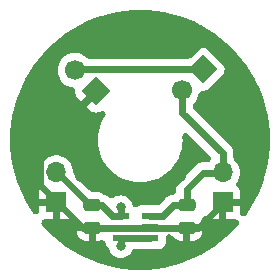
<source format=gtl>
%TF.GenerationSoftware,KiCad,Pcbnew,7.0.5*%
%TF.CreationDate,2024-02-13T09:53:05+02:00*%
%TF.ProjectId,Battery Charger,42617474-6572-4792-9043-686172676572,V0*%
%TF.SameCoordinates,Original*%
%TF.FileFunction,Copper,L1,Top*%
%TF.FilePolarity,Positive*%
%FSLAX46Y46*%
G04 Gerber Fmt 4.6, Leading zero omitted, Abs format (unit mm)*
G04 Created by KiCad (PCBNEW 7.0.5) date 2024-02-13 09:53:05*
%MOMM*%
%LPD*%
G01*
G04 APERTURE LIST*
G04 Aperture macros list*
%AMRoundRect*
0 Rectangle with rounded corners*
0 $1 Rounding radius*
0 $2 $3 $4 $5 $6 $7 $8 $9 X,Y pos of 4 corners*
0 Add a 4 corners polygon primitive as box body*
4,1,4,$2,$3,$4,$5,$6,$7,$8,$9,$2,$3,0*
0 Add four circle primitives for the rounded corners*
1,1,$1+$1,$2,$3*
1,1,$1+$1,$4,$5*
1,1,$1+$1,$6,$7*
1,1,$1+$1,$8,$9*
0 Add four rect primitives between the rounded corners*
20,1,$1+$1,$2,$3,$4,$5,0*
20,1,$1+$1,$4,$5,$6,$7,0*
20,1,$1+$1,$6,$7,$8,$9,0*
20,1,$1+$1,$8,$9,$2,$3,0*%
%AMHorizOval*
0 Thick line with rounded ends*
0 $1 width*
0 $2 $3 position (X,Y) of the first rounded end (center of the circle)*
0 $4 $5 position (X,Y) of the second rounded end (center of the circle)*
0 Add line between two ends*
20,1,$1,$2,$3,$4,$5,0*
0 Add two circle primitives to create the rounded ends*
1,1,$1,$2,$3*
1,1,$1,$4,$5*%
%AMRotRect*
0 Rectangle, with rotation*
0 The origin of the aperture is its center*
0 $1 length*
0 $2 width*
0 $3 Rotation angle, in degrees counterclockwise*
0 Add horizontal line*
21,1,$1,$2,0,0,$3*%
G04 Aperture macros list end*
%TA.AperFunction,ComponentPad*%
%ADD10R,1.700000X1.700000*%
%TD*%
%TA.AperFunction,ComponentPad*%
%ADD11O,1.700000X1.700000*%
%TD*%
%TA.AperFunction,SMDPad,CuDef*%
%ADD12RoundRect,0.250000X-0.475000X0.250000X-0.475000X-0.250000X0.475000X-0.250000X0.475000X0.250000X0*%
%TD*%
%TA.AperFunction,ComponentPad*%
%ADD13RotRect,1.700000X1.700000X225.000000*%
%TD*%
%TA.AperFunction,ComponentPad*%
%ADD14HorizOval,1.700000X0.000000X0.000000X0.000000X0.000000X0*%
%TD*%
%TA.AperFunction,ComponentPad*%
%ADD15RotRect,1.700000X1.700000X315.000000*%
%TD*%
%TA.AperFunction,ComponentPad*%
%ADD16HorizOval,1.700000X0.000000X0.000000X0.000000X0.000000X0*%
%TD*%
%TA.AperFunction,SMDPad,CuDef*%
%ADD17R,1.400000X0.600000*%
%TD*%
%TA.AperFunction,ViaPad*%
%ADD18C,0.800000*%
%TD*%
%TA.AperFunction,Conductor*%
%ADD19C,0.600000*%
%TD*%
G04 APERTURE END LIST*
D10*
%TO.P,J_{Battery+}1,1,Pin_1*%
%TO.N,/GND*%
X6985000Y-5289000D03*
D11*
%TO.P,J_{Battery+}1,2,Pin_2*%
%TO.N,/3.7V*%
X6985000Y-2749000D03*
%TD*%
D10*
%TO.P,J_{VUSB+}1,1,Pin_1*%
%TO.N,/GND*%
X-7110000Y-5289000D03*
D11*
%TO.P,J_{VUSB+}1,2,Pin_2*%
%TO.N,/5V*%
X-7110000Y-2749000D03*
%TD*%
D12*
%TO.P,C1,1*%
%TO.N,/5V*%
X-4062000Y-5542999D03*
%TO.P,C1,2*%
%TO.N,/GND*%
X-4062000Y-7442999D03*
%TD*%
D13*
%TO.P,J_{VOUT}1,1,Pin_1*%
%TO.N,/GND*%
X-3733973Y4109000D03*
D14*
%TO.P,J_{VOUT}1,2,Pin_2*%
%TO.N,Net-(J_{Switch}1-Pin_1)*%
X-5530024Y5905051D03*
%TD*%
D15*
%TO.P,J_{Switch}1,1,Pin_1*%
%TO.N,Net-(J_{Switch}1-Pin_1)*%
X5346562Y5981561D03*
D16*
%TO.P,J_{Switch}1,2,Pin_2*%
%TO.N,/3.7V*%
X3550511Y4185510D03*
%TD*%
D17*
%TO.P,IC2,1,CE*%
%TO.N,/5V*%
X869000Y-8316000D03*
%TO.P,IC2,2,VSS*%
%TO.N,/GND*%
X869000Y-7366000D03*
%TO.P,IC2,3,VBAT*%
%TO.N,/3.7V*%
X869000Y-6416000D03*
%TO.P,IC2,4,VDD*%
%TO.N,/5V*%
X-1631000Y-6416000D03*
%TO.P,IC2,5,PROG*%
X-1631000Y-8316000D03*
%TD*%
D12*
%TO.P,C2,1*%
%TO.N,/3.7V*%
X3939000Y-5543000D03*
%TO.P,C2,2*%
%TO.N,/GND*%
X3939000Y-7443000D03*
%TD*%
D18*
%TO.N,/GND*%
X-5083014Y-3175000D03*
X3431004Y-3175004D03*
%TO.N,/5V*%
X-1651000Y-9017000D03*
X-1651000Y-5715000D03*
%TD*%
D19*
%TO.N,/GND*%
X-3804510Y3931510D02*
X-8460000Y-723980D01*
X742000Y-7493000D02*
X-4012000Y-7493000D01*
X869000Y-7366000D02*
X996000Y-7493000D01*
X-5083014Y-3175000D02*
X-4321014Y-3937000D01*
X-8460000Y-723980D02*
X-8460000Y-3852000D01*
X3939000Y-7443000D02*
X4873000Y-7443000D01*
X4873000Y-7443000D02*
X6987000Y-5329000D01*
X869000Y-7366000D02*
X742000Y-7493000D01*
X-4869001Y-7442999D02*
X-4062000Y-7442999D01*
X996000Y-7493000D02*
X3889000Y-7493000D01*
X-8460000Y-3852000D02*
X-4869001Y-7442999D01*
X-3804510Y4185510D02*
X-3804510Y3931510D01*
X-4321014Y-3937000D02*
X2669008Y-3937000D01*
X2669008Y-3937000D02*
X3431004Y-3175004D01*
%TO.N,/5V*%
X-1651000Y-5715000D02*
X-1651000Y-6396000D01*
X-1631000Y-8316000D02*
X869000Y-8316000D01*
X-1651000Y-6396000D02*
X-1631000Y-6416000D01*
X-4229001Y-5542999D02*
X-7110000Y-2662000D01*
X-2346000Y-6416000D02*
X-3219000Y-5543000D01*
X-1631000Y-6416000D02*
X-2346000Y-6416000D01*
X-3219000Y-5543000D02*
X-4062000Y-5543000D01*
X-1631000Y-8316000D02*
X-1631000Y-8997000D01*
X-1631000Y-8997000D02*
X-1651000Y-9017000D01*
%TO.N,/3.7V*%
X5312053Y-2794000D02*
X6985000Y-2794000D01*
X6985000Y-2794000D02*
X6985000Y-1132099D01*
X869000Y-6416000D02*
X1944053Y-6416000D01*
X3939000Y-4167053D02*
X5312053Y-2794000D01*
X3939000Y-5543000D02*
X3939000Y-4167053D01*
X2817053Y-5543000D02*
X3939000Y-5543000D01*
X1944053Y-6416000D02*
X2817053Y-5543000D01*
X3550511Y2302390D02*
X3550511Y4185510D01*
X6985000Y-1132099D02*
X3550511Y2302390D01*
%TO.N,Net-(J_{Switch}1-Pin_1)*%
X-5332000Y5969000D02*
X5334000Y5969000D01*
%TD*%
%TA.AperFunction,Conductor*%
%TO.N,/GND*%
G36*
X7285000Y-6738999D02*
G01*
X7874324Y-6738999D01*
X7874324Y-6738998D01*
X7991629Y-6723556D01*
X8004158Y-6720199D01*
X8113715Y-6711747D01*
X8218927Y-6743442D01*
X8305584Y-6811004D01*
X8361984Y-6905307D01*
X8380509Y-7013617D01*
X8358656Y-7121304D01*
X8311235Y-7200435D01*
X8236134Y-7290548D01*
X8230145Y-7297309D01*
X7780917Y-7774530D01*
X7774530Y-7780917D01*
X7297309Y-8230145D01*
X7290548Y-8236135D01*
X6787068Y-8655733D01*
X6779958Y-8661303D01*
X6252068Y-9049732D01*
X6244635Y-9054863D01*
X5694250Y-9410713D01*
X5686520Y-9415386D01*
X5115648Y-9737359D01*
X5107650Y-9741557D01*
X4570646Y-10003025D01*
X4518405Y-10028461D01*
X4510168Y-10032168D01*
X3904659Y-10282978D01*
X3896213Y-10286181D01*
X3276648Y-10499980D01*
X3268025Y-10502667D01*
X2636698Y-10678663D01*
X2627927Y-10680824D01*
X1987140Y-10818377D01*
X1978255Y-10820005D01*
X1330308Y-10918621D01*
X1321341Y-10919709D01*
X668641Y-10979022D01*
X659624Y-10979567D01*
X4517Y-10999363D01*
X-4517Y-10999363D01*
X-659624Y-10979567D01*
X-668641Y-10979022D01*
X-1321341Y-10919709D01*
X-1330308Y-10918621D01*
X-1978255Y-10820005D01*
X-1987140Y-10818377D01*
X-2627927Y-10680824D01*
X-2636698Y-10678663D01*
X-3268025Y-10502667D01*
X-3276648Y-10499980D01*
X-3896213Y-10286181D01*
X-3904659Y-10282978D01*
X-4510168Y-10032168D01*
X-4518405Y-10028461D01*
X-4570646Y-10003025D01*
X-5107650Y-9741557D01*
X-5115648Y-9737359D01*
X-5686520Y-9415386D01*
X-5694250Y-9410713D01*
X-6244635Y-9054863D01*
X-6252068Y-9049732D01*
X-6779958Y-8661303D01*
X-6787068Y-8655733D01*
X-7290548Y-8236135D01*
X-7297309Y-8230145D01*
X-7774530Y-7780917D01*
X-7780917Y-7774530D01*
X-7810598Y-7742999D01*
X-5386999Y-7742999D01*
X-5386999Y-7766921D01*
X-5386998Y-7766922D01*
X-5384186Y-7808419D01*
X-5384185Y-7808420D01*
X-5339563Y-7987850D01*
X-5339561Y-7987855D01*
X-5257420Y-8153476D01*
X-5257417Y-8153481D01*
X-5141585Y-8297583D01*
X-5141584Y-8297584D01*
X-4997482Y-8413416D01*
X-4997477Y-8413419D01*
X-4831856Y-8495560D01*
X-4831851Y-8495562D01*
X-4652427Y-8540183D01*
X-4610908Y-8542998D01*
X-4362000Y-8542998D01*
X-4362000Y-7742999D01*
X-5386999Y-7742999D01*
X-7810598Y-7742999D01*
X-8230145Y-7297309D01*
X-8236134Y-7290548D01*
X-8291816Y-7223736D01*
X-8345456Y-7127836D01*
X-8360830Y-7019034D01*
X-8335863Y-6912026D01*
X-8273926Y-6821263D01*
X-8183384Y-6759004D01*
X-8076465Y-6733656D01*
X-8023094Y-6735870D01*
X-7999321Y-6738999D01*
X-7410000Y-6738999D01*
X-7410000Y-5690643D01*
X-7383100Y-5713952D01*
X-7252315Y-5773680D01*
X-7145763Y-5789000D01*
X-7074237Y-5789000D01*
X-6967685Y-5773680D01*
X-6836900Y-5713952D01*
X-6809999Y-5690643D01*
X-6809999Y-6738998D01*
X-6809999Y-6738999D01*
X-6220676Y-6738999D01*
X-6220675Y-6738998D01*
X-6103370Y-6723556D01*
X-6103370Y-6723555D01*
X-5957408Y-6663097D01*
X-5832076Y-6566926D01*
X-5818688Y-6553538D01*
X-5728035Y-6491440D01*
X-5621072Y-6466282D01*
X-5512243Y-6481463D01*
X-5416248Y-6534932D01*
X-5346050Y-6619468D01*
X-5311130Y-6723654D01*
X-5316205Y-6833419D01*
X-5334028Y-6882906D01*
X-5333972Y-6882927D01*
X-5337253Y-6891860D01*
X-5339398Y-6897814D01*
X-5339562Y-6898146D01*
X-5339563Y-6898147D01*
X-5384184Y-7077570D01*
X-5384184Y-7077572D01*
X-5387000Y-7119091D01*
X-5387000Y-7142999D01*
X-4061000Y-7142999D01*
X-3952989Y-7163190D01*
X-3859565Y-7221035D01*
X-3793346Y-7308723D01*
X-3763275Y-7414411D01*
X-3762000Y-7441999D01*
X-3762000Y-8542998D01*
X-3513078Y-8542998D01*
X-3513076Y-8542997D01*
X-3471579Y-8540185D01*
X-3471578Y-8540184D01*
X-3288207Y-8494582D01*
X-3178515Y-8488109D01*
X-3073893Y-8521698D01*
X-2988469Y-8590812D01*
X-2933780Y-8686118D01*
X-2919603Y-8745723D01*
X-2916044Y-8772762D01*
X-2855536Y-8918841D01*
X-2759282Y-9044282D01*
X-2742909Y-9056844D01*
X-2669513Y-9138610D01*
X-2638804Y-9207262D01*
X-2637024Y-9213128D01*
X-2637024Y-9213132D01*
X-2579814Y-9401727D01*
X-2579812Y-9401730D01*
X-2579811Y-9401733D01*
X-2533361Y-9488632D01*
X-2486910Y-9575538D01*
X-2361883Y-9727883D01*
X-2209538Y-9852910D01*
X-2035727Y-9945814D01*
X-1847132Y-10003024D01*
X-1847127Y-10003024D01*
X-1847124Y-10003025D01*
X-1651004Y-10022341D01*
X-1651000Y-10022341D01*
X-1650996Y-10022341D01*
X-1454875Y-10003025D01*
X-1454870Y-10003024D01*
X-1454868Y-10003024D01*
X-1266273Y-9945814D01*
X-1266269Y-9945812D01*
X-1266266Y-9945811D01*
X-1092467Y-9852913D01*
X-1092465Y-9852912D01*
X-1092462Y-9852910D01*
X-940117Y-9727883D01*
X-815090Y-9575538D01*
X-815088Y-9575534D01*
X-815086Y-9575532D01*
X-722187Y-9401730D01*
X-721918Y-9401080D01*
X-721482Y-9400411D01*
X-715261Y-9388772D01*
X-714250Y-9389312D01*
X-661930Y-9309016D01*
X-572737Y-9244840D01*
X-466383Y-9217218D01*
X-445677Y-9216500D01*
X923497Y-9216500D01*
X923517Y-9216499D01*
X1608358Y-9216499D01*
X1608360Y-9216499D01*
X1725762Y-9201044D01*
X1871841Y-9140536D01*
X1997282Y-9044282D01*
X2093536Y-8918841D01*
X2154044Y-8772762D01*
X2169500Y-8655361D01*
X2169499Y-8271777D01*
X2189690Y-8163768D01*
X2247535Y-8070345D01*
X2335223Y-8004126D01*
X2440910Y-7974055D01*
X2550324Y-7984193D01*
X2648686Y-8033171D01*
X2722714Y-8114375D01*
X2736364Y-8138929D01*
X2743579Y-8153477D01*
X2743582Y-8153482D01*
X2859414Y-8297584D01*
X2859415Y-8297585D01*
X3003517Y-8413417D01*
X3003522Y-8413420D01*
X3169143Y-8495561D01*
X3169148Y-8495563D01*
X3348572Y-8540184D01*
X3390091Y-8542999D01*
X3639000Y-8542999D01*
X3639000Y-7743000D01*
X4239000Y-7743000D01*
X4239000Y-8542999D01*
X4487922Y-8542999D01*
X4487923Y-8542998D01*
X4529420Y-8540186D01*
X4529421Y-8540185D01*
X4708851Y-8495563D01*
X4708856Y-8495561D01*
X4874477Y-8413420D01*
X4874482Y-8413417D01*
X5018584Y-8297585D01*
X5018585Y-8297584D01*
X5134417Y-8153482D01*
X5134420Y-8153477D01*
X5216561Y-7987856D01*
X5216563Y-7987851D01*
X5261184Y-7808428D01*
X5261184Y-7808426D01*
X5264000Y-7766907D01*
X5264000Y-7743000D01*
X4239000Y-7743000D01*
X3639000Y-7743000D01*
X3639000Y-7442000D01*
X3659191Y-7333989D01*
X3717036Y-7240565D01*
X3804724Y-7174346D01*
X3910412Y-7144275D01*
X3938000Y-7143000D01*
X5263999Y-7143000D01*
X5263999Y-7119077D01*
X5263998Y-7119076D01*
X5261186Y-7077579D01*
X5261185Y-7077578D01*
X5216563Y-6898148D01*
X5210972Y-6882928D01*
X5212839Y-6882242D01*
X5188462Y-6796046D01*
X5198774Y-6686648D01*
X5247909Y-6588364D01*
X5329230Y-6514466D01*
X5431755Y-6474934D01*
X5541637Y-6475109D01*
X5644036Y-6514965D01*
X5697655Y-6557505D01*
X5707076Y-6566926D01*
X5832409Y-6663098D01*
X5832413Y-6663100D01*
X5978366Y-6723555D01*
X5978365Y-6723555D01*
X6095674Y-6738999D01*
X6685000Y-6738999D01*
X6685000Y-5690643D01*
X6711900Y-5713952D01*
X6842685Y-5773680D01*
X6949237Y-5789000D01*
X7020763Y-5789000D01*
X7127315Y-5773680D01*
X7258100Y-5713952D01*
X7285000Y-5690643D01*
X7285000Y-6738999D01*
G37*
%TD.AperFunction*%
%TA.AperFunction,Conductor*%
G36*
X659624Y10979567D02*
G01*
X668641Y10979022D01*
X1321341Y10919709D01*
X1330308Y10918621D01*
X1978255Y10820005D01*
X1987140Y10818377D01*
X2627927Y10680824D01*
X2636698Y10678663D01*
X3268025Y10502667D01*
X3276648Y10499980D01*
X3896213Y10286181D01*
X3904659Y10282978D01*
X4510168Y10032168D01*
X4518405Y10028461D01*
X5107650Y9741557D01*
X5115648Y9737359D01*
X5686520Y9415386D01*
X5694250Y9410713D01*
X6244635Y9054863D01*
X6252068Y9049732D01*
X6779958Y8661303D01*
X6787068Y8655733D01*
X7290548Y8236135D01*
X7297309Y8230145D01*
X7774530Y7780917D01*
X7780917Y7774530D01*
X8230145Y7297309D01*
X8236135Y7290548D01*
X8655733Y6787068D01*
X8661303Y6779958D01*
X9049732Y6252068D01*
X9054863Y6244635D01*
X9410713Y5694250D01*
X9415386Y5686520D01*
X9737359Y5115648D01*
X9741557Y5107650D01*
X10009145Y4558075D01*
X10028461Y4518405D01*
X10032168Y4510168D01*
X10282978Y3904659D01*
X10286181Y3896213D01*
X10499980Y3276648D01*
X10502667Y3268025D01*
X10678663Y2636698D01*
X10680824Y2627927D01*
X10818377Y1987140D01*
X10820005Y1978255D01*
X10918621Y1330308D01*
X10919709Y1321341D01*
X10979022Y668641D01*
X10979567Y659624D01*
X10999363Y4517D01*
X10999363Y-4517D01*
X10979567Y-659624D01*
X10979022Y-668641D01*
X10919709Y-1321341D01*
X10918621Y-1330308D01*
X10820005Y-1978255D01*
X10818377Y-1987140D01*
X10680824Y-2627927D01*
X10678663Y-2636698D01*
X10502667Y-3268025D01*
X10499980Y-3276648D01*
X10286181Y-3896213D01*
X10282978Y-3904659D01*
X10032168Y-4510168D01*
X10028463Y-4518399D01*
X9950128Y-4679285D01*
X9741557Y-5107650D01*
X9737359Y-5115648D01*
X9415386Y-5686520D01*
X9410713Y-5694250D01*
X9054863Y-6244634D01*
X9049732Y-6252068D01*
X8974830Y-6353863D01*
X8894553Y-6428894D01*
X8792593Y-6469860D01*
X8682719Y-6471227D01*
X8579771Y-6432810D01*
X8497653Y-6359799D01*
X8447454Y-6262053D01*
X8435000Y-6176657D01*
X8435000Y-5589000D01*
X7386554Y-5589000D01*
X7444493Y-5498844D01*
X7485000Y-5360889D01*
X7485000Y-5217111D01*
X7444493Y-5079156D01*
X7386554Y-4989000D01*
X8434999Y-4989000D01*
X8434999Y-4399675D01*
X8419555Y-4282370D01*
X8359097Y-4136408D01*
X8262926Y-4011076D01*
X8262924Y-4011074D01*
X8236457Y-3990765D01*
X8163058Y-3908993D01*
X8124155Y-3806228D01*
X8125002Y-3696349D01*
X8165485Y-3594196D01*
X8168167Y-3590016D01*
X8175374Y-3578985D01*
X8265049Y-3441728D01*
X8361610Y-3221591D01*
X8420620Y-2988563D01*
X8440471Y-2749000D01*
X8420620Y-2509437D01*
X8361610Y-2276409D01*
X8294705Y-2123881D01*
X8265051Y-2056276D01*
X8265050Y-2056274D01*
X8265049Y-2056272D01*
X8194755Y-1948680D01*
X8133575Y-1855036D01*
X8133572Y-1855033D01*
X8133571Y-1855031D01*
X7970764Y-1678175D01*
X7970763Y-1678174D01*
X7964518Y-1671390D01*
X7906219Y-1578248D01*
X7885504Y-1470336D01*
X7885500Y-1468883D01*
X7885500Y-1226500D01*
X7889181Y-1179726D01*
X7889219Y-1179487D01*
X7885704Y-1112426D01*
X7885500Y-1104608D01*
X7885500Y-1084913D01*
X7885500Y-1084907D01*
X7883437Y-1065283D01*
X7882829Y-1057567D01*
X7879313Y-990454D01*
X7879249Y-990215D01*
X7870699Y-944081D01*
X7870674Y-943843D01*
X7849911Y-879944D01*
X7847701Y-872480D01*
X7830322Y-807616D01*
X7830321Y-807614D01*
X7830320Y-807613D01*
X7830320Y-807611D01*
X7830216Y-807407D01*
X7812251Y-764036D01*
X7812179Y-763815D01*
X7802378Y-746840D01*
X7778599Y-705653D01*
X7774863Y-698772D01*
X7744381Y-638946D01*
X7744230Y-638760D01*
X7717650Y-600085D01*
X7717535Y-599885D01*
X7717532Y-599882D01*
X7672592Y-549970D01*
X7667510Y-544020D01*
X7655118Y-528718D01*
X7641188Y-514788D01*
X7635824Y-509137D01*
X7590871Y-459211D01*
X7590676Y-459069D01*
X7554996Y-428596D01*
X4538586Y2587814D01*
X4476488Y2678467D01*
X4451330Y2785430D01*
X4451011Y2799239D01*
X4451011Y2905393D01*
X4471202Y3013404D01*
X4529047Y3106828D01*
X4530029Y3107900D01*
X4536275Y3114685D01*
X4699082Y3291541D01*
X4699083Y3291543D01*
X4699086Y3291546D01*
X4823693Y3482272D01*
X4830560Y3492782D01*
X4927121Y3712919D01*
X4986131Y3945947D01*
X4986131Y3945949D01*
X4988327Y3954619D01*
X5034415Y4054368D01*
X5113425Y4130733D01*
X5214685Y4173400D01*
X5317201Y4177662D01*
X5346561Y4173797D01*
X5346562Y4173797D01*
X5367200Y4176514D01*
X5503323Y4194435D01*
X5649405Y4254944D01*
X5743343Y4327025D01*
X7001092Y5584776D01*
X7063027Y5665489D01*
X7073180Y5678720D01*
X7133687Y5824799D01*
X7154326Y5981561D01*
X7133687Y6138323D01*
X7073180Y6284402D01*
X7001094Y6378346D01*
X5743347Y7636091D01*
X5649403Y7708179D01*
X5503324Y7768686D01*
X5346562Y7789325D01*
X5189800Y7768686D01*
X5043721Y7708179D01*
X5043718Y7708177D01*
X4949780Y7636096D01*
X4949777Y7636093D01*
X4604233Y7290548D01*
X4270760Y6957075D01*
X4180108Y6894977D01*
X4073144Y6869819D01*
X4059335Y6869500D01*
X-4315180Y6869500D01*
X-4423191Y6889691D01*
X-4516615Y6947536D01*
X-4535162Y6965994D01*
X-4544251Y6975867D01*
X-4544257Y6975873D01*
X-4544260Y6975876D01*
X-4733957Y7123523D01*
X-4733960Y7123524D01*
X-4733962Y7123526D01*
X-4945368Y7237933D01*
X-5172727Y7315985D01*
X-5409829Y7355551D01*
X-5409832Y7355551D01*
X-5650216Y7355551D01*
X-5650219Y7355551D01*
X-5828044Y7325876D01*
X-5887321Y7315985D01*
X-6114680Y7237933D01*
X-6326091Y7123523D01*
X-6515788Y6975876D01*
X-6678595Y6799020D01*
X-6810073Y6597779D01*
X-6906634Y6377642D01*
X-6965644Y6144614D01*
X-6985495Y5905051D01*
X-6965644Y5665488D01*
X-6906634Y5432460D01*
X-6810073Y5212323D01*
X-6750193Y5120671D01*
X-6678599Y5011087D01*
X-6678595Y5011082D01*
X-6515790Y4834228D01*
X-6515782Y4834221D01*
X-6326095Y4686582D01*
X-6326085Y4686575D01*
X-6114679Y4572168D01*
X-5887320Y4494116D01*
X-5783993Y4476874D01*
X-5680778Y4439180D01*
X-5598150Y4366747D01*
X-5547267Y4269355D01*
X-5535002Y4160160D01*
X-5536766Y4142920D01*
X-5541232Y4109001D01*
X-5541232Y4109000D01*
X-5520610Y3952367D01*
X-5520609Y3952364D01*
X-5460155Y3806415D01*
X-5460148Y3806404D01*
X-5388131Y3712550D01*
X-5388118Y3712535D01*
X-4971409Y3295827D01*
X-4233099Y4034135D01*
X-4193466Y3899156D01*
X-4115734Y3778202D01*
X-4007073Y3684048D01*
X-3876288Y3624320D01*
X-3804683Y3614024D01*
X-4547145Y2871563D01*
X-4547145Y2871562D01*
X-4130431Y2454849D01*
X-4130428Y2454847D01*
X-4036563Y2382820D01*
X-3890604Y2322362D01*
X-3890605Y2322362D01*
X-3733972Y2301741D01*
X-3577340Y2322362D01*
X-3577337Y2322363D01*
X-3431388Y2382817D01*
X-3431378Y2382824D01*
X-3413443Y2396586D01*
X-3315460Y2446320D01*
X-3206127Y2457300D01*
X-3100212Y2428043D01*
X-3012017Y2362500D01*
X-2953455Y2269524D01*
X-2932434Y2161672D01*
X-2951793Y2053508D01*
X-2980663Y1996525D01*
X-3110852Y1796051D01*
X-3281548Y1461040D01*
X-3416292Y1110021D01*
X-3513606Y746840D01*
X-3572424Y375477D01*
X-3592102Y0D01*
X-3572424Y-375477D01*
X-3513606Y-746840D01*
X-3416292Y-1110021D01*
X-3281548Y-1461040D01*
X-3281546Y-1461044D01*
X-3259100Y-1505097D01*
X-3110852Y-1796051D01*
X-2906072Y-2111385D01*
X-2669452Y-2403585D01*
X-2403585Y-2669452D01*
X-2111385Y-2906072D01*
X-1796051Y-3110852D01*
X-1796042Y-3110856D01*
X-1796043Y-3110856D01*
X-1479024Y-3272385D01*
X-1461040Y-3281548D01*
X-1110021Y-3416292D01*
X-746840Y-3513606D01*
X-375477Y-3572424D01*
X-65074Y-3588691D01*
X-4Y-3592102D01*
X0Y-3592102D01*
X4Y-3592102D01*
X65074Y-3588691D01*
X375477Y-3572424D01*
X746840Y-3513606D01*
X1110021Y-3416292D01*
X1461040Y-3281548D01*
X1479024Y-3272385D01*
X1796043Y-3110856D01*
X1796042Y-3110856D01*
X1796051Y-3110852D01*
X2111385Y-2906072D01*
X2403585Y-2669452D01*
X2669452Y-2403585D01*
X2906072Y-2111385D01*
X3110852Y-1796051D01*
X3259100Y-1505097D01*
X3281546Y-1461044D01*
X3281548Y-1461040D01*
X3416292Y-1110021D01*
X3513606Y-746840D01*
X3572424Y-375477D01*
X3592102Y0D01*
X3578263Y264051D01*
X3592773Y372967D01*
X3645649Y469291D01*
X3729751Y540008D01*
X3833720Y575569D01*
X3943514Y571171D01*
X4044305Y527408D01*
X4088278Y491122D01*
X5920203Y-1340800D01*
X5982301Y-1431452D01*
X6007459Y-1538416D01*
X5992278Y-1647244D01*
X5938809Y-1743240D01*
X5928764Y-1754727D01*
X5904703Y-1780865D01*
X5889846Y-1797003D01*
X5801842Y-1862796D01*
X5696010Y-1892355D01*
X5669863Y-1893500D01*
X5406454Y-1893500D01*
X5359683Y-1889819D01*
X5359442Y-1889780D01*
X5297236Y-1893041D01*
X5292389Y-1893295D01*
X5284567Y-1893500D01*
X5264861Y-1893500D01*
X5245250Y-1895560D01*
X5237470Y-1896172D01*
X5170407Y-1899687D01*
X5170401Y-1899688D01*
X5170154Y-1899755D01*
X5124058Y-1908298D01*
X5123878Y-1908317D01*
X5123796Y-1908326D01*
X5123791Y-1908327D01*
X5059930Y-1929077D01*
X5052426Y-1931300D01*
X4987565Y-1948680D01*
X4987557Y-1948683D01*
X4987340Y-1948794D01*
X4944013Y-1966741D01*
X4943771Y-1966819D01*
X4943767Y-1966821D01*
X4885608Y-2000399D01*
X4878732Y-2004132D01*
X4818902Y-2034617D01*
X4818710Y-2034774D01*
X4780053Y-2061342D01*
X4779838Y-2061466D01*
X4729924Y-2106407D01*
X4723985Y-2111480D01*
X4708672Y-2123881D01*
X4708660Y-2123893D01*
X4694742Y-2137810D01*
X4689073Y-2143189D01*
X4639163Y-2188130D01*
X4639162Y-2188131D01*
X4639013Y-2188337D01*
X4608553Y-2223999D01*
X3368999Y-3463553D01*
X3333337Y-3494013D01*
X3333131Y-3494162D01*
X3333130Y-3494163D01*
X3288189Y-3544073D01*
X3282810Y-3549742D01*
X3268893Y-3563660D01*
X3268881Y-3563672D01*
X3256480Y-3578985D01*
X3251407Y-3584924D01*
X3206466Y-3634838D01*
X3206342Y-3635053D01*
X3179774Y-3673710D01*
X3179617Y-3673902D01*
X3149132Y-3733732D01*
X3145399Y-3740608D01*
X3111821Y-3798767D01*
X3111818Y-3798774D01*
X3111738Y-3799021D01*
X3093797Y-3842334D01*
X3093682Y-3842558D01*
X3093679Y-3842567D01*
X3076299Y-3907427D01*
X3074077Y-3914927D01*
X3053326Y-3978796D01*
X3053323Y-3978808D01*
X3053298Y-3979054D01*
X3044756Y-4025146D01*
X3044687Y-4025401D01*
X3044686Y-4025405D01*
X3041171Y-4092474D01*
X3040558Y-4100268D01*
X3038500Y-4119861D01*
X3038500Y-4139562D01*
X3038295Y-4147387D01*
X3034781Y-4214440D01*
X3034819Y-4214680D01*
X3038500Y-4261454D01*
X3038500Y-4345044D01*
X3018309Y-4453055D01*
X2960464Y-4546479D01*
X2872776Y-4612698D01*
X2770748Y-4642407D01*
X2769863Y-4642500D01*
X2769861Y-4642500D01*
X2750242Y-4644561D01*
X2742472Y-4645172D01*
X2675407Y-4648687D01*
X2675401Y-4648688D01*
X2675154Y-4648755D01*
X2629058Y-4657298D01*
X2628878Y-4657317D01*
X2628796Y-4657326D01*
X2628791Y-4657327D01*
X2564930Y-4678077D01*
X2557426Y-4680300D01*
X2492565Y-4697680D01*
X2492557Y-4697683D01*
X2492340Y-4697794D01*
X2449013Y-4715741D01*
X2448771Y-4715819D01*
X2448767Y-4715821D01*
X2390608Y-4749399D01*
X2383732Y-4753132D01*
X2323902Y-4783617D01*
X2323710Y-4783774D01*
X2285053Y-4810342D01*
X2284838Y-4810466D01*
X2234924Y-4855407D01*
X2228985Y-4860480D01*
X2213672Y-4872881D01*
X2213660Y-4872893D01*
X2199742Y-4886810D01*
X2194073Y-4892189D01*
X2144163Y-4937130D01*
X2144162Y-4937131D01*
X2144013Y-4937337D01*
X2113553Y-4972998D01*
X1658629Y-5427924D01*
X1567977Y-5490023D01*
X1461014Y-5515181D01*
X1447204Y-5515500D01*
X129637Y-5515500D01*
X129631Y-5515501D01*
X12241Y-5530954D01*
X-57525Y-5559853D01*
X-133841Y-5591464D01*
X-133844Y-5591466D01*
X-133847Y-5591468D01*
X-198981Y-5641447D01*
X-296964Y-5691182D01*
X-406296Y-5702162D01*
X-512212Y-5672906D01*
X-563021Y-5641446D01*
X-571226Y-5635150D01*
X-644625Y-5553378D01*
X-675330Y-5484735D01*
X-722186Y-5330272D01*
X-722188Y-5330266D01*
X-815086Y-5156467D01*
X-815090Y-5156462D01*
X-940117Y-5004117D01*
X-1092462Y-4879090D01*
X-1092467Y-4879086D01*
X-1266266Y-4786188D01*
X-1266275Y-4786185D01*
X-1454869Y-4728975D01*
X-1454875Y-4728974D01*
X-1650996Y-4709659D01*
X-1651004Y-4709659D01*
X-1847124Y-4728974D01*
X-1847130Y-4728975D01*
X-2035724Y-4786185D01*
X-2035733Y-4786188D01*
X-2209532Y-4879086D01*
X-2209535Y-4879088D01*
X-2209538Y-4879090D01*
X-2219683Y-4887416D01*
X-2315984Y-4940329D01*
X-2424898Y-4954881D01*
X-2531715Y-4929107D01*
X-2608259Y-4876422D01*
X-2609794Y-4878127D01*
X-2615619Y-4872881D01*
X-2630932Y-4860480D01*
X-2636871Y-4855407D01*
X-2686785Y-4810466D01*
X-2687000Y-4810342D01*
X-2725657Y-4783774D01*
X-2725849Y-4783617D01*
X-2785679Y-4753132D01*
X-2792555Y-4749399D01*
X-2850714Y-4715821D01*
X-2850721Y-4715818D01*
X-2850968Y-4715738D01*
X-2894281Y-4697797D01*
X-2894505Y-4697682D01*
X-2894515Y-4697678D01*
X-2947043Y-4683603D01*
X-3046147Y-4636143D01*
X-3056975Y-4627839D01*
X-3126247Y-4572157D01*
X-3291979Y-4489962D01*
X-3291983Y-4489960D01*
X-3471499Y-4445317D01*
X-3471505Y-4445316D01*
X-3513046Y-4442499D01*
X-3513051Y-4442499D01*
X-3932151Y-4442499D01*
X-4040162Y-4422308D01*
X-4133586Y-4364463D01*
X-4143576Y-4354924D01*
X-5568445Y-2930054D01*
X-5630543Y-2839401D01*
X-5654999Y-2743321D01*
X-5674379Y-2509438D01*
X-5733391Y-2276405D01*
X-5829948Y-2056276D01*
X-5961424Y-1855036D01*
X-5961428Y-1855031D01*
X-6124233Y-1678177D01*
X-6124241Y-1678170D01*
X-6313928Y-1530531D01*
X-6313938Y-1530524D01*
X-6525344Y-1416117D01*
X-6752703Y-1338065D01*
X-6989805Y-1298500D01*
X-6989808Y-1298500D01*
X-7230192Y-1298500D01*
X-7230195Y-1298500D01*
X-7467296Y-1338065D01*
X-7694655Y-1416117D01*
X-7906061Y-1530524D01*
X-7906071Y-1530531D01*
X-8095758Y-1678170D01*
X-8095766Y-1678177D01*
X-8258571Y-1855031D01*
X-8258575Y-1855036D01*
X-8319755Y-1948680D01*
X-8390049Y-2056272D01*
X-8390050Y-2056274D01*
X-8390051Y-2056276D01*
X-8419705Y-2123881D01*
X-8486610Y-2276409D01*
X-8545620Y-2509437D01*
X-8565471Y-2749000D01*
X-8545620Y-2988563D01*
X-8486610Y-3221591D01*
X-8390049Y-3441728D01*
X-8300374Y-3578985D01*
X-8293167Y-3590016D01*
X-8250993Y-3691482D01*
X-8248321Y-3801332D01*
X-8285512Y-3904729D01*
X-8357542Y-3987709D01*
X-8361457Y-3990765D01*
X-8387924Y-4011074D01*
X-8387926Y-4011076D01*
X-8484098Y-4136409D01*
X-8484100Y-4136413D01*
X-8544555Y-4282366D01*
X-8560000Y-4399674D01*
X-8560000Y-4989000D01*
X-7511554Y-4989000D01*
X-7569493Y-5079156D01*
X-7610000Y-5217111D01*
X-7610000Y-5360889D01*
X-7569493Y-5498844D01*
X-7511554Y-5589000D01*
X-8559999Y-5589000D01*
X-8559999Y-5996876D01*
X-8580190Y-6104887D01*
X-8638035Y-6198311D01*
X-8725723Y-6264530D01*
X-8831411Y-6294601D01*
X-8940824Y-6284462D01*
X-9039187Y-6235483D01*
X-9110089Y-6159218D01*
X-9410713Y-5694250D01*
X-9415386Y-5686520D01*
X-9737359Y-5115648D01*
X-9741557Y-5107650D01*
X-9950128Y-4679285D01*
X-10028463Y-4518399D01*
X-10032168Y-4510168D01*
X-10282978Y-3904659D01*
X-10286181Y-3896213D01*
X-10499980Y-3276648D01*
X-10502667Y-3268025D01*
X-10678663Y-2636698D01*
X-10680824Y-2627927D01*
X-10818377Y-1987140D01*
X-10820005Y-1978255D01*
X-10918621Y-1330308D01*
X-10919709Y-1321341D01*
X-10979022Y-668641D01*
X-10979567Y-659624D01*
X-10999363Y-4517D01*
X-10999363Y4517D01*
X-10979567Y659624D01*
X-10979022Y668641D01*
X-10919709Y1321341D01*
X-10918621Y1330308D01*
X-10820005Y1978255D01*
X-10818377Y1987140D01*
X-10680824Y2627927D01*
X-10678663Y2636698D01*
X-10502667Y3268025D01*
X-10499980Y3276648D01*
X-10286181Y3896213D01*
X-10282978Y3904659D01*
X-10032168Y4510168D01*
X-10028461Y4518405D01*
X-10009145Y4558075D01*
X-9741557Y5107650D01*
X-9737359Y5115648D01*
X-9415386Y5686520D01*
X-9410713Y5694250D01*
X-9054863Y6244635D01*
X-9049732Y6252068D01*
X-8661303Y6779958D01*
X-8655733Y6787068D01*
X-8236135Y7290548D01*
X-8230145Y7297309D01*
X-7780917Y7774530D01*
X-7774530Y7780917D01*
X-7297309Y8230145D01*
X-7290548Y8236135D01*
X-6787068Y8655733D01*
X-6779958Y8661303D01*
X-6252068Y9049732D01*
X-6244635Y9054863D01*
X-5694250Y9410713D01*
X-5686520Y9415386D01*
X-5115648Y9737359D01*
X-5107650Y9741557D01*
X-4518405Y10028461D01*
X-4510168Y10032168D01*
X-3904659Y10282978D01*
X-3896213Y10286181D01*
X-3276648Y10499980D01*
X-3268025Y10502667D01*
X-2636698Y10678663D01*
X-2627927Y10680824D01*
X-1987140Y10818377D01*
X-1978255Y10820005D01*
X-1330308Y10918621D01*
X-1321341Y10919709D01*
X-668641Y10979022D01*
X-659624Y10979567D01*
X-4517Y10999363D01*
X4517Y10999363D01*
X659624Y10979567D01*
G37*
%TD.AperFunction*%
%TD*%
M02*

</source>
